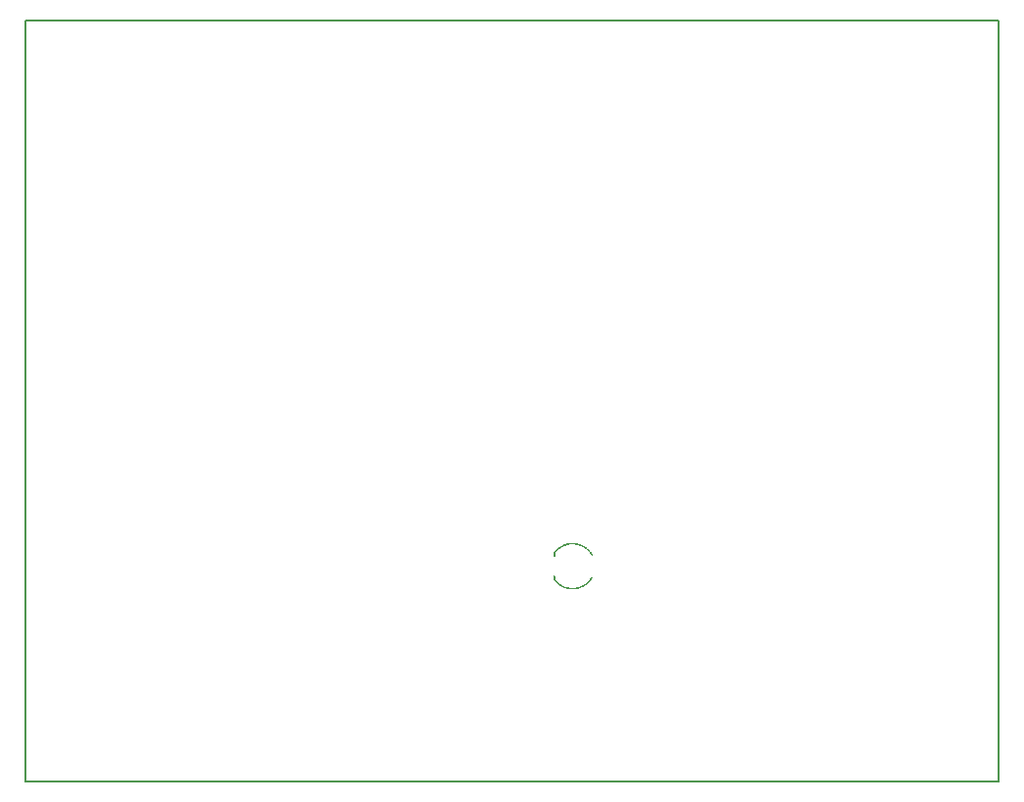
<source format=gbo>
G04 MADE WITH FRITZING*
G04 WWW.FRITZING.ORG*
G04 DOUBLE SIDED*
G04 HOLES PLATED*
G04 CONTOUR ON CENTER OF CONTOUR VECTOR*
%ASAXBY*%
%FSLAX23Y23*%
%MOIN*%
%OFA0B0*%
%SFA1.0B1.0*%
%ADD10R,3.324720X2.607460X3.308720X2.591460*%
%ADD11C,0.008000*%
%ADD12R,0.001000X0.001000*%
%LNSILK0*%
G90*
G70*
G54D11*
X4Y2603D02*
X3321Y2603D01*
X3321Y4D01*
X4Y4D01*
X4Y2603D01*
D02*
G54D12*
X1860Y818D02*
X1876Y818D01*
X1853Y817D02*
X1882Y817D01*
X1848Y816D02*
X1887Y816D01*
X1845Y815D02*
X1890Y815D01*
X1842Y814D02*
X1894Y814D01*
X1839Y813D02*
X1857Y813D01*
X1879Y813D02*
X1896Y813D01*
X1837Y812D02*
X1852Y812D01*
X1884Y812D02*
X1899Y812D01*
X1834Y811D02*
X1848Y811D01*
X1888Y811D02*
X1901Y811D01*
X1833Y810D02*
X1845Y810D01*
X1892Y810D02*
X1903Y810D01*
X1831Y809D02*
X1842Y809D01*
X1894Y809D02*
X1905Y809D01*
X1829Y808D02*
X1839Y808D01*
X1897Y808D02*
X1907Y808D01*
X1827Y807D02*
X1837Y807D01*
X1899Y807D02*
X1909Y807D01*
X1826Y806D02*
X1835Y806D01*
X1901Y806D02*
X1910Y806D01*
X1824Y805D02*
X1833Y805D01*
X1903Y805D02*
X1912Y805D01*
X1823Y804D02*
X1831Y804D01*
X1905Y804D02*
X1913Y804D01*
X1821Y803D02*
X1829Y803D01*
X1907Y803D02*
X1915Y803D01*
X1820Y802D02*
X1828Y802D01*
X1908Y802D02*
X1916Y802D01*
X1819Y801D02*
X1826Y801D01*
X1910Y801D02*
X1917Y801D01*
X1817Y800D02*
X1825Y800D01*
X1911Y800D02*
X1918Y800D01*
X1816Y799D02*
X1823Y799D01*
X1913Y799D02*
X1920Y799D01*
X1815Y798D02*
X1822Y798D01*
X1914Y798D02*
X1921Y798D01*
X1814Y797D02*
X1821Y797D01*
X1915Y797D02*
X1922Y797D01*
X1813Y796D02*
X1820Y796D01*
X1916Y796D02*
X1923Y796D01*
X1812Y795D02*
X1818Y795D01*
X1918Y795D02*
X1924Y795D01*
X1811Y794D02*
X1817Y794D01*
X1919Y794D02*
X1925Y794D01*
X1810Y793D02*
X1816Y793D01*
X1920Y793D02*
X1926Y793D01*
X1809Y792D02*
X1815Y792D01*
X1921Y792D02*
X1927Y792D01*
X1808Y791D02*
X1814Y791D01*
X1922Y791D02*
X1928Y791D01*
X1807Y790D02*
X1813Y790D01*
X1923Y790D02*
X1928Y790D01*
X1807Y789D02*
X1812Y789D01*
X1924Y789D02*
X1929Y789D01*
X1806Y788D02*
X1811Y788D01*
X1924Y788D02*
X1930Y788D01*
X1805Y787D02*
X1811Y787D01*
X1925Y787D02*
X1931Y787D01*
X1805Y786D02*
X1810Y786D01*
X1926Y786D02*
X1932Y786D01*
X1804Y785D02*
X1809Y785D01*
X1927Y785D02*
X1932Y785D01*
X1804Y784D02*
X1809Y784D01*
X1928Y784D02*
X1933Y784D01*
X1804Y783D02*
X1809Y783D01*
X1928Y783D02*
X1934Y783D01*
X1804Y782D02*
X1809Y782D01*
X1929Y782D02*
X1934Y782D01*
X1804Y781D02*
X1809Y781D01*
X1930Y781D02*
X1935Y781D01*
X1804Y780D02*
X1809Y780D01*
X1931Y780D02*
X1936Y780D01*
X1804Y779D02*
X1809Y779D01*
X1931Y779D02*
X1936Y779D01*
X1804Y778D02*
X1809Y778D01*
X1932Y778D02*
X1936Y778D01*
X1804Y777D02*
X1809Y777D01*
X1932Y777D02*
X1936Y777D01*
X1804Y776D02*
X1809Y776D01*
X1933Y776D02*
X1936Y776D01*
X1804Y775D02*
X1809Y775D01*
X1804Y774D02*
X1809Y774D01*
X1804Y773D02*
X1809Y773D01*
X1805Y772D02*
X1806Y772D01*
X1805Y707D02*
X1806Y707D01*
X1804Y706D02*
X1808Y706D01*
X1804Y705D02*
X1809Y705D01*
X1804Y704D02*
X1809Y704D01*
X1804Y703D02*
X1809Y703D01*
X1804Y702D02*
X1809Y702D01*
X1933Y702D02*
X1935Y702D01*
X1804Y701D02*
X1809Y701D01*
X1932Y701D02*
X1936Y701D01*
X1804Y700D02*
X1809Y700D01*
X1931Y700D02*
X1936Y700D01*
X1804Y699D02*
X1809Y699D01*
X1931Y699D02*
X1936Y699D01*
X1804Y698D02*
X1809Y698D01*
X1930Y698D02*
X1935Y698D01*
X1804Y697D02*
X1809Y697D01*
X1929Y697D02*
X1934Y697D01*
X1804Y696D02*
X1809Y696D01*
X1929Y696D02*
X1934Y696D01*
X1804Y695D02*
X1809Y695D01*
X1928Y695D02*
X1933Y695D01*
X1804Y694D02*
X1809Y694D01*
X1927Y694D02*
X1932Y694D01*
X1804Y693D02*
X1810Y693D01*
X1926Y693D02*
X1932Y693D01*
X1805Y692D02*
X1810Y692D01*
X1926Y692D02*
X1931Y692D01*
X1806Y691D02*
X1811Y691D01*
X1925Y691D02*
X1930Y691D01*
X1806Y690D02*
X1812Y690D01*
X1924Y690D02*
X1929Y690D01*
X1807Y689D02*
X1813Y689D01*
X1923Y689D02*
X1929Y689D01*
X1808Y688D02*
X1814Y688D01*
X1922Y688D02*
X1928Y688D01*
X1809Y687D02*
X1815Y687D01*
X1921Y687D02*
X1927Y687D01*
X1810Y686D02*
X1816Y686D01*
X1920Y686D02*
X1926Y686D01*
X1811Y685D02*
X1817Y685D01*
X1919Y685D02*
X1925Y685D01*
X1812Y684D02*
X1818Y684D01*
X1918Y684D02*
X1924Y684D01*
X1813Y683D02*
X1819Y683D01*
X1917Y683D02*
X1923Y683D01*
X1814Y682D02*
X1820Y682D01*
X1915Y682D02*
X1922Y682D01*
X1815Y681D02*
X1822Y681D01*
X1914Y681D02*
X1921Y681D01*
X1816Y680D02*
X1823Y680D01*
X1913Y680D02*
X1920Y680D01*
X1817Y679D02*
X1824Y679D01*
X1912Y679D02*
X1919Y679D01*
X1818Y678D02*
X1826Y678D01*
X1910Y678D02*
X1918Y678D01*
X1820Y677D02*
X1827Y677D01*
X1909Y677D02*
X1916Y677D01*
X1821Y676D02*
X1829Y676D01*
X1907Y676D02*
X1915Y676D01*
X1822Y675D02*
X1830Y675D01*
X1905Y675D02*
X1914Y675D01*
X1824Y674D02*
X1832Y674D01*
X1904Y674D02*
X1912Y674D01*
X1825Y673D02*
X1834Y673D01*
X1902Y673D02*
X1911Y673D01*
X1827Y672D02*
X1836Y672D01*
X1900Y672D02*
X1909Y672D01*
X1828Y671D02*
X1838Y671D01*
X1897Y671D02*
X1908Y671D01*
X1830Y670D02*
X1841Y670D01*
X1895Y670D02*
X1906Y670D01*
X1832Y669D02*
X1843Y669D01*
X1892Y669D02*
X1904Y669D01*
X1834Y668D02*
X1847Y668D01*
X1889Y668D02*
X1902Y668D01*
X1836Y667D02*
X1850Y667D01*
X1885Y667D02*
X1900Y667D01*
X1839Y666D02*
X1855Y666D01*
X1881Y666D02*
X1897Y666D01*
X1841Y665D02*
X1895Y665D01*
X1844Y664D02*
X1892Y664D01*
X1848Y663D02*
X1889Y663D01*
X1852Y662D02*
X1884Y662D01*
X1857Y661D02*
X1879Y661D01*
D02*
G04 End of Silk0*
M02*
</source>
